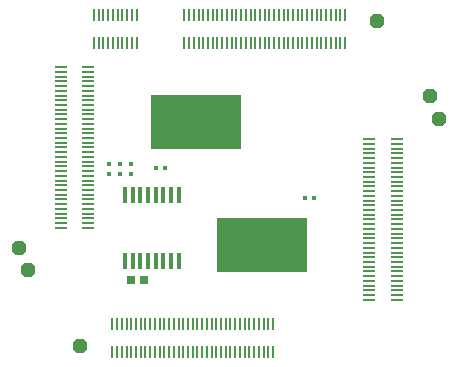
<source format=gbl>
G75*
%MOIN*%
%OFA0B0*%
%FSLAX24Y24*%
%IPPOS*%
%LPD*%
%AMOC8*
5,1,8,0,0,1.08239X$1,22.5*
%
%ADD10R,0.0170X0.0170*%
%ADD11OC8,0.0480*%
%ADD12R,0.0137X0.0550*%
%ADD13R,0.0270X0.0300*%
%ADD14R,0.0449X0.0079*%
%ADD15R,0.0079X0.0449*%
%ADD16R,0.3040X0.1840*%
D10*
X003902Y008227D03*
X003902Y008537D03*
X004282Y008537D03*
X004282Y008227D03*
X004662Y008227D03*
X004662Y008537D03*
X005467Y008422D03*
X005777Y008422D03*
X010447Y007422D03*
X010757Y007422D03*
D11*
X002962Y002482D03*
X001202Y005002D03*
X000902Y005762D03*
X012842Y013322D03*
X014602Y010802D03*
X014902Y010042D03*
D12*
X006237Y007534D03*
X005981Y007534D03*
X005725Y007534D03*
X005469Y007534D03*
X005213Y007534D03*
X004957Y007534D03*
X004701Y007534D03*
X004446Y007534D03*
X004446Y005314D03*
X004701Y005314D03*
X004957Y005314D03*
X005213Y005314D03*
X005469Y005314D03*
X005725Y005314D03*
X005981Y005314D03*
X006237Y005314D03*
D13*
X005072Y004682D03*
X004652Y004682D03*
D14*
X003223Y006425D03*
X003223Y006582D03*
X003223Y006740D03*
X003223Y006897D03*
X003223Y007055D03*
X003223Y007212D03*
X003223Y007370D03*
X003223Y007527D03*
X003223Y007685D03*
X003223Y007842D03*
X003223Y008000D03*
X003223Y008157D03*
X003223Y008315D03*
X003223Y008472D03*
X003223Y008630D03*
X003223Y008787D03*
X003223Y008944D03*
X003223Y009102D03*
X003223Y009259D03*
X003223Y009417D03*
X003223Y009574D03*
X003223Y009732D03*
X003223Y009889D03*
X003223Y010047D03*
X003223Y010204D03*
X003223Y010362D03*
X003223Y010519D03*
X003223Y010677D03*
X003223Y010834D03*
X003223Y010992D03*
X003223Y011149D03*
X003223Y011307D03*
X003223Y011464D03*
X003223Y011622D03*
X003223Y011779D03*
X002301Y011779D03*
X002301Y011622D03*
X002301Y011464D03*
X002301Y011307D03*
X002301Y011149D03*
X002301Y010992D03*
X002301Y010834D03*
X002301Y010677D03*
X002301Y010519D03*
X002301Y010362D03*
X002301Y010204D03*
X002301Y010047D03*
X002301Y009889D03*
X002301Y009732D03*
X002301Y009574D03*
X002301Y009417D03*
X002301Y009259D03*
X002301Y009102D03*
X002301Y008944D03*
X002301Y008787D03*
X002301Y008630D03*
X002301Y008472D03*
X002301Y008315D03*
X002301Y008157D03*
X002301Y008000D03*
X002301Y007842D03*
X002301Y007685D03*
X002301Y007527D03*
X002301Y007370D03*
X002301Y007212D03*
X002301Y007055D03*
X002301Y006897D03*
X002301Y006740D03*
X002301Y006582D03*
X002301Y006425D03*
X012581Y006387D03*
X012581Y006230D03*
X012581Y006072D03*
X012581Y005915D03*
X012581Y005757D03*
X012581Y005600D03*
X012581Y005442D03*
X012581Y005285D03*
X012581Y005127D03*
X012581Y004970D03*
X012581Y004812D03*
X012581Y004655D03*
X012581Y004497D03*
X012581Y004340D03*
X012581Y004182D03*
X012581Y004025D03*
X013503Y004025D03*
X013503Y004182D03*
X013503Y004340D03*
X013503Y004497D03*
X013503Y004655D03*
X013503Y004812D03*
X013503Y004970D03*
X013503Y005127D03*
X013503Y005285D03*
X013503Y005442D03*
X013503Y005600D03*
X013503Y005757D03*
X013503Y005915D03*
X013503Y006072D03*
X013503Y006230D03*
X013503Y006387D03*
X013503Y006544D03*
X013503Y006702D03*
X013503Y006859D03*
X013503Y007017D03*
X013503Y007174D03*
X013503Y007332D03*
X013503Y007489D03*
X013503Y007647D03*
X013503Y007804D03*
X013503Y007962D03*
X013503Y008119D03*
X013503Y008277D03*
X013503Y008434D03*
X013503Y008592D03*
X013503Y008749D03*
X013503Y008907D03*
X013503Y009064D03*
X013503Y009222D03*
X013503Y009379D03*
X012581Y009379D03*
X012581Y009222D03*
X012581Y009064D03*
X012581Y008907D03*
X012581Y008749D03*
X012581Y008592D03*
X012581Y008434D03*
X012581Y008277D03*
X012581Y008119D03*
X012581Y007962D03*
X012581Y007804D03*
X012581Y007647D03*
X012581Y007489D03*
X012581Y007332D03*
X012581Y007174D03*
X012581Y007017D03*
X012581Y006859D03*
X012581Y006702D03*
X012581Y006544D03*
D15*
X009379Y003223D03*
X009222Y003223D03*
X009064Y003223D03*
X008907Y003223D03*
X008749Y003223D03*
X008592Y003223D03*
X008434Y003223D03*
X008277Y003223D03*
X008119Y003223D03*
X007962Y003223D03*
X007804Y003223D03*
X007647Y003223D03*
X007489Y003223D03*
X007332Y003223D03*
X007174Y003223D03*
X007017Y003223D03*
X006859Y003223D03*
X006702Y003223D03*
X006544Y003223D03*
X006387Y003223D03*
X006230Y003223D03*
X006072Y003223D03*
X005915Y003223D03*
X005757Y003223D03*
X005600Y003223D03*
X005442Y003223D03*
X005285Y003223D03*
X005127Y003223D03*
X004970Y003223D03*
X004812Y003223D03*
X004655Y003223D03*
X004497Y003223D03*
X004340Y003223D03*
X004182Y003223D03*
X004025Y003223D03*
X004025Y002301D03*
X004182Y002301D03*
X004340Y002301D03*
X004497Y002301D03*
X004655Y002301D03*
X004812Y002301D03*
X004970Y002301D03*
X005127Y002301D03*
X005285Y002301D03*
X005442Y002301D03*
X005600Y002301D03*
X005757Y002301D03*
X005915Y002301D03*
X006072Y002301D03*
X006230Y002301D03*
X006387Y002301D03*
X006544Y002301D03*
X006702Y002301D03*
X006859Y002301D03*
X007017Y002301D03*
X007174Y002301D03*
X007332Y002301D03*
X007489Y002301D03*
X007647Y002301D03*
X007804Y002301D03*
X007962Y002301D03*
X008119Y002301D03*
X008277Y002301D03*
X008434Y002301D03*
X008592Y002301D03*
X008749Y002301D03*
X008907Y002301D03*
X009064Y002301D03*
X009222Y002301D03*
X009379Y002301D03*
X009417Y012581D03*
X009574Y012581D03*
X009732Y012581D03*
X009889Y012581D03*
X010047Y012581D03*
X010204Y012581D03*
X010362Y012581D03*
X010519Y012581D03*
X010677Y012581D03*
X010834Y012581D03*
X010992Y012581D03*
X011149Y012581D03*
X011307Y012581D03*
X011464Y012581D03*
X011622Y012581D03*
X011779Y012581D03*
X011779Y013503D03*
X011622Y013503D03*
X011464Y013503D03*
X011307Y013503D03*
X011149Y013503D03*
X010992Y013503D03*
X010834Y013503D03*
X010677Y013503D03*
X010519Y013503D03*
X010362Y013503D03*
X010204Y013503D03*
X010047Y013503D03*
X009889Y013503D03*
X009732Y013503D03*
X009574Y013503D03*
X009417Y013503D03*
X009259Y013503D03*
X009102Y013503D03*
X008944Y013503D03*
X008787Y013503D03*
X008630Y013503D03*
X008472Y013503D03*
X008315Y013503D03*
X008157Y013503D03*
X008000Y013503D03*
X007842Y013503D03*
X007685Y013503D03*
X007527Y013503D03*
X007370Y013503D03*
X007212Y013503D03*
X007055Y013503D03*
X006897Y013503D03*
X006740Y013503D03*
X006582Y013503D03*
X006425Y013503D03*
X006425Y012581D03*
X006582Y012581D03*
X006740Y012581D03*
X006897Y012581D03*
X007055Y012581D03*
X007212Y012581D03*
X007370Y012581D03*
X007527Y012581D03*
X007685Y012581D03*
X007842Y012581D03*
X008000Y012581D03*
X008157Y012581D03*
X008315Y012581D03*
X008472Y012581D03*
X008630Y012581D03*
X008787Y012581D03*
X008944Y012581D03*
X009102Y012581D03*
X009259Y012581D03*
X004831Y012581D03*
X004673Y012581D03*
X004516Y012581D03*
X004358Y012581D03*
X004201Y012581D03*
X004043Y012581D03*
X003886Y012581D03*
X003728Y012581D03*
X003571Y012581D03*
X003413Y012581D03*
X003413Y013503D03*
X003571Y013503D03*
X003728Y013503D03*
X003886Y013503D03*
X004043Y013503D03*
X004201Y013503D03*
X004358Y013503D03*
X004516Y013503D03*
X004673Y013503D03*
X004831Y013503D03*
D16*
X006802Y009962D03*
X009002Y005842D03*
M02*

</source>
